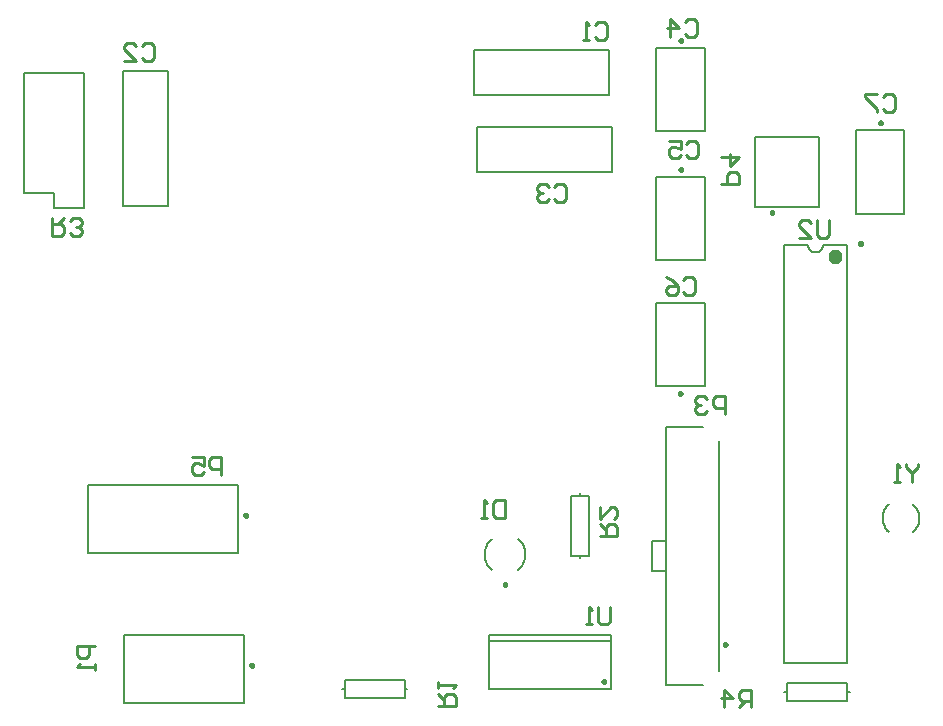
<source format=gbr>
%FSTAX23Y23*%
%MOIN*%
%SFA1B1*%

%IPPOS*%
%ADD12C,0.010000*%
%ADD36C,0.009842*%
%ADD37C,0.007874*%
%ADD38C,0.023622*%
%LNpcb_en1093_legend_bot-1*%
%LPD*%
G54D12*
X02463Y01012D02*
Y01071D01*
X02433*
X02423Y01061*
Y01041*
X02433Y01031*
X02463*
X02403Y01061D02*
X02393Y01071D01*
X02373*
X02363Y01061*
Y01051*
X02373Y01041*
X02383*
X02373*
X02363Y01031*
Y01021*
X02373Y01012*
X02393*
X02403Y01021*
X00364Y00239D02*
X00304D01*
Y00209*
X00314Y00199*
X00334*
X00344Y00209*
Y00239*
X00364Y00179D02*
Y00159D01*
Y00169*
X00304*
X00314Y00179*
X03105Y00845D02*
Y00835D01*
X03085Y00815*
X03065Y00835*
Y00845*
X03085Y00815D02*
Y00786D01*
X03045D02*
X03025D01*
X03035*
Y00845*
X03045Y00835*
X02809Y01659D02*
Y0161D01*
X02799Y016*
X02779*
X02769Y0161*
Y01659*
X0271Y016D02*
X0275D01*
X0271Y01639*
Y01649*
X0272Y01659*
X0274*
X0275Y01649*
X02079Y0037D02*
Y0032D01*
X02069Y00311*
X02049*
X02039Y0032*
Y0037*
X02019Y00311D02*
X01999D01*
X02009*
Y0037*
X02019Y0036*
X02549Y00035D02*
Y00094D01*
X02519*
X02509Y00084*
Y00065*
X02519Y00055*
X02549*
X02529D02*
X02509Y00035D01*
X0246D02*
Y00094D01*
X0249Y00065*
X0245*
X00219Y01666D02*
Y01606D01*
X00248*
X00258Y01616*
Y01636*
X00248Y01646*
X00219*
X00238D02*
X00258Y01666D01*
X00278Y01616D02*
X00288Y01606D01*
X00308*
X00318Y01616*
Y01626*
X00308Y01636*
X00298*
X00308*
X00318Y01646*
Y01656*
X00308Y01666*
X00288*
X00278Y01656*
X02045Y00605D02*
X02104D01*
Y00635*
X02094Y00645*
X02075*
X02065Y00635*
Y00605*
Y00625D02*
X02045Y00645D01*
Y00704D02*
Y00664D01*
X02084Y00704*
X02094*
X02104Y00694*
Y00674*
X02094Y00664*
X01507Y00039D02*
X01566D01*
Y00068*
X01556Y00078*
X01536*
X01526Y00068*
Y00039*
Y00058D02*
X01507Y00078D01*
Y00098D02*
Y00118D01*
Y00108*
X01566*
X01556Y00098*
X00784Y0081D02*
Y00869D01*
X00754*
X00744Y00859*
Y0084*
X00754Y0083*
X00784*
X00685Y00869D02*
X00725D01*
Y0084*
X00705Y00849*
X00695*
X00685Y0084*
Y0082*
X00695Y0081*
X00715*
X00725Y0082*
X0245Y01778D02*
X02509D01*
Y01808*
X02499Y01818*
X0248*
X0247Y01808*
Y01778*
X0245Y01868D02*
X02509D01*
X0248Y01838*
Y01878*
X01729Y00725D02*
Y00666D01*
X01699*
X01689Y00675*
Y00715*
X01699Y00725*
X01729*
X01669Y00666D02*
X01649D01*
X01659*
Y00725*
X01669Y00715*
X02989Y02069D02*
X02999Y02079D01*
X03019*
X03029Y02069*
Y0203*
X03019Y0202*
X02999*
X02989Y0203*
X0297Y02079D02*
X0293D01*
Y02069*
X0297Y0203*
Y0202*
X02324Y01459D02*
X02334Y01469D01*
X02354*
X02364Y01459*
Y0142*
X02354Y0141*
X02334*
X02324Y0142*
X02265Y01469D02*
X02285Y01459D01*
X02305Y0144*
Y0142*
X02295Y0141*
X02275*
X02265Y0142*
Y0143*
X02275Y0144*
X02305*
X02334Y01914D02*
X02344Y01924D01*
X02364*
X02374Y01914*
Y01875*
X02364Y01865*
X02344*
X02334Y01875*
X02275Y01924D02*
X02315D01*
Y01895*
X02295Y01904*
X02285*
X02275Y01895*
Y01875*
X02285Y01865*
X02305*
X02315Y01875*
X02329Y02319D02*
X02339Y02329D01*
X02359*
X02369Y02319*
Y0228*
X02359Y0227*
X02339*
X02329Y0228*
X0228Y0227D02*
Y02329D01*
X0231Y023*
X0227*
X01894Y01769D02*
X01904Y01779D01*
X01924*
X01934Y01769*
Y0173*
X01924Y0172*
X01904*
X01894Y0173*
X01875Y01769D02*
X01865Y01779D01*
X01845*
X01835Y01769*
Y01759*
X01845Y0175*
X01855*
X01845*
X01835Y0174*
Y0173*
X01845Y0172*
X01865*
X01875Y0173*
X00521Y02238D02*
X00531Y02248D01*
X00551*
X00561Y02238*
Y02198*
X00551Y02189*
X00531*
X00521Y02198*
X00461Y02189D02*
X00501D01*
X00461Y02228*
Y02238*
X00471Y02248*
X00491*
X00501Y02238*
X02029Y02308D02*
X02039Y02318D01*
X02059*
X02069Y02308*
Y02268*
X02059Y02259*
X02039*
X02029Y02268*
X02009Y02259D02*
X01989D01*
X01999*
Y02318*
X02009Y02308*
G54D36*
X0087Y00675D02*
D01*
X0087Y00675*
X0087Y00675*
X0087Y00676*
X0087Y00676*
X0087Y00676*
X0087Y00677*
X0087Y00677*
X00869Y00677*
X00869Y00677*
X00869Y00678*
X00869Y00678*
X00869Y00678*
X00868Y00678*
X00868Y00679*
X00868Y00679*
X00867Y00679*
X00867Y00679*
X00867Y00679*
X00866Y00679*
X00866Y00679*
X00866Y00679*
X00865Y00679*
X00865*
X00865Y00679*
X00864Y00679*
X00864Y00679*
X00864Y00679*
X00863Y00679*
X00863Y00679*
X00863Y00679*
X00862Y00679*
X00862Y00678*
X00862Y00678*
X00862Y00678*
X00861Y00678*
X00861Y00677*
X00861Y00677*
X00861Y00677*
X00861Y00677*
X0086Y00676*
X0086Y00676*
X0086Y00676*
X0086Y00675*
X0086Y00675*
X0086Y00675*
X0086Y00674*
X0086Y00674*
X0086Y00673*
X0086Y00673*
X0086Y00673*
X00861Y00672*
X00861Y00672*
X00861Y00672*
X00861Y00672*
X00861Y00671*
X00862Y00671*
X00862Y00671*
X00862Y00671*
X00862Y0067*
X00863Y0067*
X00863Y0067*
X00863Y0067*
X00864Y0067*
X00864Y0067*
X00864Y0067*
X00865Y0067*
X00865Y0067*
X00865*
X00866Y0067*
X00866Y0067*
X00866Y0067*
X00867Y0067*
X00867Y0067*
X00867Y0067*
X00868Y0067*
X00868Y0067*
X00868Y00671*
X00869Y00671*
X00869Y00671*
X00869Y00671*
X00869Y00672*
X00869Y00672*
X0087Y00672*
X0087Y00672*
X0087Y00673*
X0087Y00673*
X0087Y00673*
X0087Y00674*
X0087Y00674*
X0087Y00675*
X01734Y00444D02*
D01*
X01734Y00444*
X01734Y00445*
X01734Y00445*
X01734Y00445*
X01734Y00446*
X01734Y00446*
X01734Y00446*
X01734Y00447*
X01733Y00447*
X01733Y00447*
X01733Y00448*
X01733Y00448*
X01733Y00448*
X01732Y00448*
X01732Y00448*
X01732Y00449*
X01731Y00449*
X01731Y00449*
X01731Y00449*
X0173Y00449*
X0173Y00449*
X0173Y00449*
X01729*
X01729Y00449*
X01729Y00449*
X01728Y00449*
X01728Y00449*
X01728Y00449*
X01727Y00449*
X01727Y00448*
X01727Y00448*
X01726Y00448*
X01726Y00448*
X01726Y00448*
X01726Y00447*
X01726Y00447*
X01725Y00447*
X01725Y00446*
X01725Y00446*
X01725Y00446*
X01725Y00445*
X01725Y00445*
X01725Y00445*
X01725Y00444*
X01725Y00444*
X01725Y00444*
X01725Y00443*
X01725Y00443*
X01725Y00443*
X01725Y00442*
X01725Y00442*
X01725Y00442*
X01725Y00441*
X01726Y00441*
X01726Y00441*
X01726Y00441*
X01726Y0044*
X01726Y0044*
X01727Y0044*
X01727Y0044*
X01727Y0044*
X01728Y0044*
X01728Y00439*
X01728Y00439*
X01729Y00439*
X01729Y00439*
X01729Y00439*
X0173*
X0173Y00439*
X0173Y00439*
X01731Y00439*
X01731Y00439*
X01731Y0044*
X01732Y0044*
X01732Y0044*
X01732Y0044*
X01733Y0044*
X01733Y0044*
X01733Y00441*
X01733Y00441*
X01733Y00441*
X01734Y00441*
X01734Y00442*
X01734Y00442*
X01734Y00442*
X01734Y00443*
X01734Y00443*
X01734Y00443*
X01734Y00444*
X01734Y00444*
X02468Y00244D02*
D01*
X02468Y00244*
X02468Y00245*
X02468Y00245*
X02468Y00245*
X02467Y00246*
X02467Y00246*
X02467Y00246*
X02467Y00247*
X02467Y00247*
X02467Y00247*
X02466Y00247*
X02466Y00248*
X02466Y00248*
X02466Y00248*
X02465Y00248*
X02465Y00248*
X02465Y00249*
X02464Y00249*
X02464Y00249*
X02464Y00249*
X02463Y00249*
X02463Y00249*
X02463*
X02462Y00249*
X02462Y00249*
X02462Y00249*
X02461Y00249*
X02461Y00249*
X02461Y00248*
X0246Y00248*
X0246Y00248*
X0246Y00248*
X0246Y00248*
X02459Y00247*
X02459Y00247*
X02459Y00247*
X02459Y00247*
X02458Y00246*
X02458Y00246*
X02458Y00246*
X02458Y00245*
X02458Y00245*
X02458Y00245*
X02458Y00244*
X02458Y00244*
X02458Y00244*
X02458Y00243*
X02458Y00243*
X02458Y00243*
X02458Y00242*
X02458Y00242*
X02458Y00242*
X02459Y00241*
X02459Y00241*
X02459Y00241*
X02459Y00241*
X0246Y0024*
X0246Y0024*
X0246Y0024*
X0246Y0024*
X02461Y0024*
X02461Y00239*
X02461Y00239*
X02462Y00239*
X02462Y00239*
X02462Y00239*
X02463Y00239*
X02463*
X02463Y00239*
X02464Y00239*
X02464Y00239*
X02464Y00239*
X02465Y00239*
X02465Y0024*
X02465Y0024*
X02466Y0024*
X02466Y0024*
X02466Y0024*
X02466Y00241*
X02467Y00241*
X02467Y00241*
X02467Y00241*
X02467Y00242*
X02467Y00242*
X02467Y00242*
X02468Y00243*
X02468Y00243*
X02468Y00243*
X02468Y00244*
X02468Y00244*
X02986Y01983D02*
D01*
X02986Y01983*
X02986Y01983*
X02986Y01984*
X02986Y01984*
X02986Y01984*
X02986Y01985*
X02985Y01985*
X02985Y01985*
X02985Y01986*
X02985Y01986*
X02985Y01986*
X02984Y01986*
X02984Y01986*
X02984Y01987*
X02984Y01987*
X02983Y01987*
X02983Y01987*
X02983Y01987*
X02982Y01987*
X02982Y01987*
X02982Y01988*
X02981Y01988*
X02981*
X02981Y01988*
X0298Y01987*
X0298Y01987*
X0298Y01987*
X02979Y01987*
X02979Y01987*
X02979Y01987*
X02978Y01987*
X02978Y01986*
X02978Y01986*
X02978Y01986*
X02977Y01986*
X02977Y01986*
X02977Y01985*
X02977Y01985*
X02977Y01985*
X02976Y01984*
X02976Y01984*
X02976Y01984*
X02976Y01983*
X02976Y01983*
X02976Y01983*
X02976Y01982*
X02976Y01982*
X02976Y01982*
X02976Y01981*
X02976Y01981*
X02977Y01981*
X02977Y0198*
X02977Y0198*
X02977Y0198*
X02977Y01979*
X02978Y01979*
X02978Y01979*
X02978Y01979*
X02978Y01979*
X02979Y01978*
X02979Y01978*
X02979Y01978*
X0298Y01978*
X0298Y01978*
X0298Y01978*
X02981Y01978*
X02981Y01978*
X02981*
X02982Y01978*
X02982Y01978*
X02982Y01978*
X02983Y01978*
X02983Y01978*
X02983Y01978*
X02984Y01978*
X02984Y01979*
X02984Y01979*
X02984Y01979*
X02985Y01979*
X02985Y01979*
X02985Y0198*
X02985Y0198*
X02985Y0198*
X02986Y01981*
X02986Y01981*
X02986Y01981*
X02986Y01982*
X02986Y01982*
X02986Y01982*
X02986Y01983*
X02321Y02258D02*
D01*
X02321Y02258*
X02321Y02258*
X02321Y02259*
X02321Y02259*
X02321Y02259*
X02321Y0226*
X0232Y0226*
X0232Y0226*
X0232Y02261*
X0232Y02261*
X0232Y02261*
X02319Y02261*
X02319Y02261*
X02319Y02262*
X02319Y02262*
X02318Y02262*
X02318Y02262*
X02318Y02262*
X02317Y02262*
X02317Y02262*
X02317Y02263*
X02316Y02263*
X02316*
X02316Y02263*
X02315Y02262*
X02315Y02262*
X02315Y02262*
X02314Y02262*
X02314Y02262*
X02314Y02262*
X02313Y02262*
X02313Y02261*
X02313Y02261*
X02313Y02261*
X02312Y02261*
X02312Y02261*
X02312Y0226*
X02312Y0226*
X02312Y0226*
X02311Y02259*
X02311Y02259*
X02311Y02259*
X02311Y02258*
X02311Y02258*
X02311Y02258*
X02311Y02257*
X02311Y02257*
X02311Y02257*
X02311Y02256*
X02311Y02256*
X02312Y02256*
X02312Y02255*
X02312Y02255*
X02312Y02255*
X02312Y02254*
X02313Y02254*
X02313Y02254*
X02313Y02254*
X02313Y02254*
X02314Y02253*
X02314Y02253*
X02314Y02253*
X02315Y02253*
X02315Y02253*
X02315Y02253*
X02316Y02253*
X02316Y02253*
X02316*
X02317Y02253*
X02317Y02253*
X02317Y02253*
X02318Y02253*
X02318Y02253*
X02318Y02253*
X02319Y02253*
X02319Y02254*
X02319Y02254*
X02319Y02254*
X0232Y02254*
X0232Y02254*
X0232Y02255*
X0232Y02255*
X0232Y02255*
X02321Y02256*
X02321Y02256*
X02321Y02256*
X02321Y02257*
X02321Y02257*
X02321Y02257*
X02321Y02258*
X02919Y01581D02*
D01*
X02919Y01581*
X02919Y01581*
X02919Y01582*
X02919Y01582*
X02919Y01582*
X02919Y01583*
X02919Y01583*
X02919Y01583*
X02918Y01584*
X02918Y01584*
X02918Y01584*
X02918Y01584*
X02918Y01585*
X02917Y01585*
X02917Y01585*
X02917Y01585*
X02916Y01585*
X02916Y01585*
X02916Y01585*
X02915Y01586*
X02915Y01586*
X02915Y01586*
X02914*
X02914Y01586*
X02914Y01586*
X02913Y01585*
X02913Y01585*
X02913Y01585*
X02912Y01585*
X02912Y01585*
X02912Y01585*
X02911Y01585*
X02911Y01584*
X02911Y01584*
X02911Y01584*
X02911Y01584*
X0291Y01583*
X0291Y01583*
X0291Y01583*
X0291Y01582*
X0291Y01582*
X0291Y01582*
X0291Y01581*
X0291Y01581*
X0291Y01581*
X0291Y0158*
X0291Y0158*
X0291Y0158*
X0291Y01579*
X0291Y01579*
X0291Y01579*
X0291Y01578*
X0291Y01578*
X02911Y01578*
X02911Y01578*
X02911Y01577*
X02911Y01577*
X02911Y01577*
X02912Y01577*
X02912Y01576*
X02912Y01576*
X02913Y01576*
X02913Y01576*
X02913Y01576*
X02914Y01576*
X02914Y01576*
X02914Y01576*
X02915*
X02915Y01576*
X02915Y01576*
X02916Y01576*
X02916Y01576*
X02916Y01576*
X02917Y01576*
X02917Y01576*
X02917Y01577*
X02918Y01577*
X02918Y01577*
X02918Y01577*
X02918Y01578*
X02918Y01578*
X02919Y01578*
X02919Y01578*
X02919Y01579*
X02919Y01579*
X02919Y01579*
X02919Y0158*
X02919Y0158*
X02919Y0158*
X02919Y01581*
X02321Y01828D02*
D01*
X02321Y01828*
X02321Y01828*
X02321Y01829*
X02321Y01829*
X02321Y01829*
X02321Y0183*
X0232Y0183*
X0232Y0183*
X0232Y01831*
X0232Y01831*
X0232Y01831*
X02319Y01831*
X02319Y01831*
X02319Y01832*
X02319Y01832*
X02318Y01832*
X02318Y01832*
X02318Y01832*
X02317Y01832*
X02317Y01832*
X02317Y01833*
X02316Y01833*
X02316*
X02316Y01833*
X02315Y01832*
X02315Y01832*
X02315Y01832*
X02314Y01832*
X02314Y01832*
X02314Y01832*
X02313Y01832*
X02313Y01831*
X02313Y01831*
X02313Y01831*
X02312Y01831*
X02312Y01831*
X02312Y0183*
X02312Y0183*
X02312Y0183*
X02311Y01829*
X02311Y01829*
X02311Y01829*
X02311Y01828*
X02311Y01828*
X02311Y01828*
X02311Y01827*
X02311Y01827*
X02311Y01827*
X02311Y01826*
X02311Y01826*
X02312Y01826*
X02312Y01825*
X02312Y01825*
X02312Y01825*
X02312Y01824*
X02313Y01824*
X02313Y01824*
X02313Y01824*
X02313Y01824*
X02314Y01823*
X02314Y01823*
X02314Y01823*
X02315Y01823*
X02315Y01823*
X02315Y01823*
X02316Y01823*
X02316Y01823*
X02316*
X02317Y01823*
X02317Y01823*
X02317Y01823*
X02318Y01823*
X02318Y01823*
X02318Y01823*
X02319Y01823*
X02319Y01824*
X02319Y01824*
X02319Y01824*
X0232Y01824*
X0232Y01824*
X0232Y01825*
X0232Y01825*
X0232Y01825*
X02321Y01826*
X02321Y01826*
X02321Y01826*
X02321Y01827*
X02321Y01827*
X02321Y01827*
X02321Y01828*
X02318Y01081D02*
D01*
X02318Y01082*
X02318Y01082*
X02318Y01082*
X02318Y01083*
X02318Y01083*
X02317Y01083*
X02317Y01084*
X02317Y01084*
X02317Y01084*
X02317Y01085*
X02316Y01085*
X02316Y01085*
X02316Y01085*
X02316Y01085*
X02315Y01086*
X02315Y01086*
X02315Y01086*
X02314Y01086*
X02314Y01086*
X02314Y01086*
X02313Y01086*
X02313Y01086*
X02313*
X02312Y01086*
X02312Y01086*
X02312Y01086*
X02311Y01086*
X02311Y01086*
X02311Y01086*
X0231Y01086*
X0231Y01085*
X0231Y01085*
X0231Y01085*
X02309Y01085*
X02309Y01085*
X02309Y01084*
X02309Y01084*
X02309Y01084*
X02308Y01083*
X02308Y01083*
X02308Y01083*
X02308Y01082*
X02308Y01082*
X02308Y01082*
X02308Y01081*
X02308Y01081*
X02308Y01081*
X02308Y0108*
X02308Y0108*
X02308Y0108*
X02308Y01079*
X02309Y01079*
X02309Y01079*
X02309Y01078*
X02309Y01078*
X02309Y01078*
X0231Y01078*
X0231Y01078*
X0231Y01077*
X0231Y01077*
X02311Y01077*
X02311Y01077*
X02311Y01077*
X02312Y01077*
X02312Y01077*
X02312Y01076*
X02313Y01076*
X02313*
X02313Y01076*
X02314Y01077*
X02314Y01077*
X02314Y01077*
X02315Y01077*
X02315Y01077*
X02315Y01077*
X02316Y01077*
X02316Y01078*
X02316Y01078*
X02316Y01078*
X02317Y01078*
X02317Y01078*
X02317Y01079*
X02317Y01079*
X02317Y01079*
X02318Y0108*
X02318Y0108*
X02318Y0108*
X02318Y01081*
X02318Y01081*
X02318Y01081*
X02624Y01684D02*
D01*
X02624Y01684*
X02624Y01685*
X02624Y01685*
X02624Y01685*
X02624Y01686*
X02624Y01686*
X02624Y01686*
X02624Y01686*
X02623Y01687*
X02623Y01687*
X02623Y01687*
X02623Y01687*
X02623Y01688*
X02622Y01688*
X02622Y01688*
X02622Y01688*
X02621Y01688*
X02621Y01689*
X02621Y01689*
X0262Y01689*
X0262Y01689*
X0262Y01689*
X02619*
X02619Y01689*
X02619Y01689*
X02618Y01689*
X02618Y01689*
X02618Y01688*
X02617Y01688*
X02617Y01688*
X02617Y01688*
X02616Y01688*
X02616Y01687*
X02616Y01687*
X02616Y01687*
X02616Y01687*
X02615Y01686*
X02615Y01686*
X02615Y01686*
X02615Y01686*
X02615Y01685*
X02615Y01685*
X02615Y01685*
X02615Y01684*
X02615Y01684*
X02615Y01683*
X02615Y01683*
X02615Y01683*
X02615Y01682*
X02615Y01682*
X02615Y01682*
X02615Y01682*
X02615Y01681*
X02616Y01681*
X02616Y01681*
X02616Y0168*
X02616Y0168*
X02616Y0168*
X02617Y0168*
X02617Y0168*
X02617Y01679*
X02618Y01679*
X02618Y01679*
X02618Y01679*
X02619Y01679*
X02619Y01679*
X02619Y01679*
X0262*
X0262Y01679*
X0262Y01679*
X02621Y01679*
X02621Y01679*
X02621Y01679*
X02622Y01679*
X02622Y0168*
X02622Y0168*
X02623Y0168*
X02623Y0168*
X02623Y0168*
X02623Y01681*
X02623Y01681*
X02624Y01681*
X02624Y01682*
X02624Y01682*
X02624Y01682*
X02624Y01682*
X02624Y01683*
X02624Y01683*
X02624Y01683*
X02624Y01684*
X0089Y00175D02*
D01*
X0089Y00175*
X0089Y00175*
X0089Y00176*
X0089Y00176*
X0089Y00176*
X0089Y00177*
X0089Y00177*
X00889Y00177*
X00889Y00177*
X00889Y00178*
X00889Y00178*
X00889Y00178*
X00888Y00178*
X00888Y00179*
X00888Y00179*
X00887Y00179*
X00887Y00179*
X00887Y00179*
X00886Y00179*
X00886Y00179*
X00886Y00179*
X00885Y00179*
X00885*
X00885Y00179*
X00884Y00179*
X00884Y00179*
X00884Y00179*
X00883Y00179*
X00883Y00179*
X00883Y00179*
X00882Y00179*
X00882Y00178*
X00882Y00178*
X00882Y00178*
X00881Y00178*
X00881Y00177*
X00881Y00177*
X00881Y00177*
X00881Y00177*
X0088Y00176*
X0088Y00176*
X0088Y00176*
X0088Y00175*
X0088Y00175*
X0088Y00175*
X0088Y00174*
X0088Y00174*
X0088Y00173*
X0088Y00173*
X0088Y00173*
X00881Y00172*
X00881Y00172*
X00881Y00172*
X00881Y00172*
X00881Y00171*
X00882Y00171*
X00882Y00171*
X00882Y00171*
X00882Y0017*
X00883Y0017*
X00883Y0017*
X00883Y0017*
X00884Y0017*
X00884Y0017*
X00884Y0017*
X00885Y0017*
X00885Y0017*
X00885*
X00886Y0017*
X00886Y0017*
X00886Y0017*
X00887Y0017*
X00887Y0017*
X00887Y0017*
X00888Y0017*
X00888Y0017*
X00888Y00171*
X00889Y00171*
X00889Y00171*
X00889Y00171*
X00889Y00172*
X00889Y00172*
X0089Y00172*
X0089Y00172*
X0089Y00173*
X0089Y00173*
X0089Y00173*
X0089Y00174*
X0089Y00174*
X0089Y00175*
X02064Y00121D02*
D01*
X02064Y00122*
X02064Y00122*
X02063Y00122*
X02063Y00123*
X02063Y00123*
X02063Y00123*
X02063Y00124*
X02063Y00124*
X02063Y00124*
X02062Y00124*
X02062Y00125*
X02062Y00125*
X02062Y00125*
X02061Y00125*
X02061Y00125*
X02061Y00126*
X0206Y00126*
X0206Y00126*
X0206Y00126*
X02059Y00126*
X02059Y00126*
X02059Y00126*
X02058*
X02058Y00126*
X02058Y00126*
X02057Y00126*
X02057Y00126*
X02057Y00126*
X02056Y00126*
X02056Y00125*
X02056Y00125*
X02056Y00125*
X02055Y00125*
X02055Y00125*
X02055Y00124*
X02055Y00124*
X02054Y00124*
X02054Y00124*
X02054Y00123*
X02054Y00123*
X02054Y00123*
X02054Y00122*
X02054Y00122*
X02054Y00122*
X02054Y00121*
X02054Y00121*
X02054Y00121*
X02054Y0012*
X02054Y0012*
X02054Y0012*
X02054Y00119*
X02054Y00119*
X02054Y00119*
X02055Y00118*
X02055Y00118*
X02055Y00118*
X02055Y00118*
X02056Y00117*
X02056Y00117*
X02056Y00117*
X02056Y00117*
X02057Y00117*
X02057Y00117*
X02057Y00116*
X02058Y00116*
X02058Y00116*
X02058Y00116*
X02059*
X02059Y00116*
X02059Y00116*
X0206Y00116*
X0206Y00117*
X0206Y00117*
X02061Y00117*
X02061Y00117*
X02061Y00117*
X02062Y00117*
X02062Y00118*
X02062Y00118*
X02062Y00118*
X02063Y00118*
X02063Y00119*
X02063Y00119*
X02063Y00119*
X02063Y0012*
X02063Y0012*
X02063Y0012*
X02064Y00121*
X02064Y00121*
X02064Y00121*
G54D37*
X01774Y00493D02*
D01*
X01777Y00497*
X0178Y005*
X01783Y00504*
X01786Y00507*
X01788Y00511*
X01791Y00516*
X01792Y0052*
X01794Y00524*
X01795Y00529*
X01796Y00534*
X01797Y00538*
X01797Y00543*
X01797Y00548*
X01797Y00552*
X01796Y00557*
X01795Y00562*
X01794Y00566*
X01792Y00571*
X0179Y00575*
X01788Y00579*
X01785Y00583*
X01782Y00587*
X01779Y0059*
X01776Y00594*
X01774Y00596*
X01685D02*
D01*
X01682Y00592*
X01679Y00589*
X01676Y00585*
X01673Y00582*
X01671Y00578*
X01668Y00573*
X01667Y00569*
X01665Y00565*
X01664Y0056*
X01663Y00555*
X01662Y00551*
X01662Y00546*
X01662Y00541*
X01662Y00537*
X01663Y00532*
X01664Y00527*
X01665Y00523*
X01667Y00518*
X01669Y00514*
X01671Y0051*
X01674Y00506*
X01677Y00502*
X0168Y00499*
X01683Y00495*
X01685Y00493*
X0274Y01576D02*
D01*
X0274Y01575*
X0274Y01573*
X0274Y01571*
X0274Y01569*
X02741Y01568*
X02742Y01566*
X02742Y01565*
X02743Y01563*
X02744Y01562*
X02745Y0156*
X02747Y01559*
X02748Y01558*
X02749Y01557*
X02751Y01556*
X02752Y01555*
X02754Y01554*
X02755Y01553*
X02757Y01553*
X02758Y01552*
X0276Y01552*
X02762Y01551*
X02764Y01551*
X02765*
X02767Y01551*
X02769Y01552*
X02771Y01552*
X02772Y01553*
X02774Y01553*
X02775Y01554*
X02777Y01555*
X02778Y01556*
X0278Y01557*
X02781Y01558*
X02782Y01559*
X02784Y0156*
X02785Y01562*
X02786Y01563*
X02787Y01565*
X02787Y01566*
X02788Y01568*
X02789Y01569*
X02789Y01571*
X02789Y01573*
X02789Y01575*
X0279Y01576*
X0301Y00711D02*
D01*
X03007Y00708*
X03004Y00705*
X03001Y00702*
X02999Y00699*
X02996Y00695*
X02994Y00691*
X02993Y00687*
X02991Y00683*
X0299Y00679*
X02989Y00675*
X02989Y00671*
X02988Y00667*
X02989Y00662*
X02989Y00658*
X02989Y00654*
X0299Y0065*
X02992Y00646*
X02993Y00642*
X02995Y00638*
X02997Y00634*
X02999Y0063*
X03002Y00627*
X03004Y00624*
X03007Y00621*
X03009Y00619*
X0309Y00619D02*
D01*
X03093Y00622*
X03096Y00625*
X03098Y00628*
X03101Y00631*
X03103Y00635*
X03105Y00639*
X03107Y00643*
X03108Y00647*
X03109Y00651*
X0311Y00655*
X0311Y00659*
X03111Y00664*
X0311Y00668*
X0311Y00672*
X03109Y00676*
X03108Y00681*
X03107Y00685*
X03106Y00689*
X03104Y00692*
X03102Y00696*
X03099Y007*
X03097Y00703*
X03094Y00706*
X03091Y00709*
X03089Y00711*
X0034Y00549D02*
Y00775D01*
X0084*
Y00549D02*
Y00775D01*
X0034Y00549D02*
X0084D01*
X01635Y0197D02*
X02085D01*
Y0182D02*
Y0197D01*
X01635Y0182D02*
X02085D01*
X01635D02*
Y0197D01*
X02266Y00108D02*
Y0097D01*
Y00108D02*
X0239D01*
X02266Y0097D02*
X0239D01*
X02444Y00155D02*
Y00923D01*
X02218Y00488D02*
X02266D01*
X02218D02*
Y0059D01*
X02266*
X02899Y0168D02*
X0306D01*
X02899Y01959D02*
X0306D01*
Y0168D02*
Y01959D01*
X02899Y0168D02*
Y01959D01*
X02234Y01955D02*
X02395D01*
X02234Y02234D02*
X02395D01*
Y01955D02*
Y02234D01*
X02234Y01955D02*
Y02234D01*
X00455Y01705D02*
X00605D01*
Y02155*
X00455D02*
X00605D01*
X00455Y01705D02*
Y02155D01*
X02869Y00183D02*
Y01576D01*
X0266Y00183D02*
Y01576D01*
X0279D02*
X02869D01*
X0266D02*
X0274D01*
X0266Y00183D02*
X02869D01*
X0267Y00085D02*
Y00115D01*
X0287*
Y00055D02*
Y00115D01*
X0267Y00055D02*
X0287D01*
X0267D02*
Y00085D01*
X0287D02*
X02879D01*
X02661D02*
X0267D01*
X02075Y02075D02*
Y02225D01*
X01625D02*
X02075D01*
X01625Y02075D02*
Y02225D01*
Y02075D02*
X02075D01*
X02234Y01525D02*
Y01804D01*
X02395Y01525D02*
Y01804D01*
X02234D02*
X02395D01*
X02234Y01525D02*
X02395D01*
Y01105D02*
Y01384D01*
X02234Y01105D02*
Y01384D01*
Y01105D02*
X02395D01*
X02234Y01384D02*
X02395D01*
X02563Y01701D02*
X02776D01*
X02563D02*
Y01935D01*
X02776*
Y01701D02*
Y01935D01*
X00125Y0175D02*
Y0215D01*
Y0175D02*
X00225D01*
Y017D02*
Y0175D01*
Y017D02*
X00325D01*
Y0215*
X00125D02*
X00325D01*
X0046Y00049D02*
X0086D01*
Y00275*
X0046D02*
X0086D01*
X0046Y00049D02*
Y00275D01*
X01675Y00277D02*
X02084D01*
X01675Y00096D02*
Y00277D01*
Y00096D02*
X02084D01*
Y00277*
X01675Y00257D02*
X02084D01*
X0198Y00531D02*
Y0054D01*
Y0074D02*
Y00749D01*
Y0054D02*
X0201D01*
Y0074*
X0195D02*
X0201D01*
X0195Y0054D02*
Y0074D01*
Y0054D02*
X0198D01*
X01395Y00095D02*
X01404D01*
X01186D02*
X01195D01*
X01395D02*
Y00125D01*
X01195D02*
X01395D01*
X01195Y00065D02*
Y00125D01*
Y00065D02*
X01395D01*
Y00095*
G54D38*
X02841Y01537D02*
D01*
X02841Y01538*
X02841Y01539*
X02841Y01539*
X02841Y0154*
X02841Y01541*
X0284Y01542*
X0284Y01543*
X02839Y01543*
X02839Y01544*
X02839Y01545*
X02838Y01545*
X02837Y01546*
X02837Y01546*
X02836Y01547*
X02835Y01547*
X02835Y01548*
X02834Y01548*
X02833Y01548*
X02832Y01548*
X02832Y01549*
X02831Y01549*
X0283Y01549*
X02829*
X02828Y01549*
X02827Y01549*
X02827Y01548*
X02826Y01548*
X02825Y01548*
X02824Y01548*
X02824Y01547*
X02823Y01547*
X02822Y01546*
X02822Y01546*
X02821Y01545*
X0282Y01545*
X0282Y01544*
X02819Y01543*
X02819Y01543*
X02819Y01542*
X02818Y01541*
X02818Y0154*
X02818Y01539*
X02818Y01539*
X02818Y01538*
X02818Y01537*
X02818Y01536*
X02818Y01535*
X02818Y01535*
X02818Y01534*
X02818Y01533*
X02819Y01532*
X02819Y01531*
X02819Y01531*
X0282Y0153*
X0282Y01529*
X02821Y01529*
X02822Y01528*
X02822Y01528*
X02823Y01527*
X02824Y01527*
X02824Y01526*
X02825Y01526*
X02826Y01526*
X02827Y01526*
X02827Y01525*
X02828Y01525*
X02829Y01525*
X0283*
X02831Y01525*
X02832Y01525*
X02832Y01526*
X02833Y01526*
X02834Y01526*
X02835Y01526*
X02835Y01527*
X02836Y01527*
X02837Y01528*
X02837Y01528*
X02838Y01529*
X02839Y01529*
X02839Y0153*
X02839Y01531*
X0284Y01531*
X0284Y01532*
X02841Y01533*
X02841Y01534*
X02841Y01535*
X02841Y01535*
X02841Y01536*
X02841Y01537*
M02*
</source>
